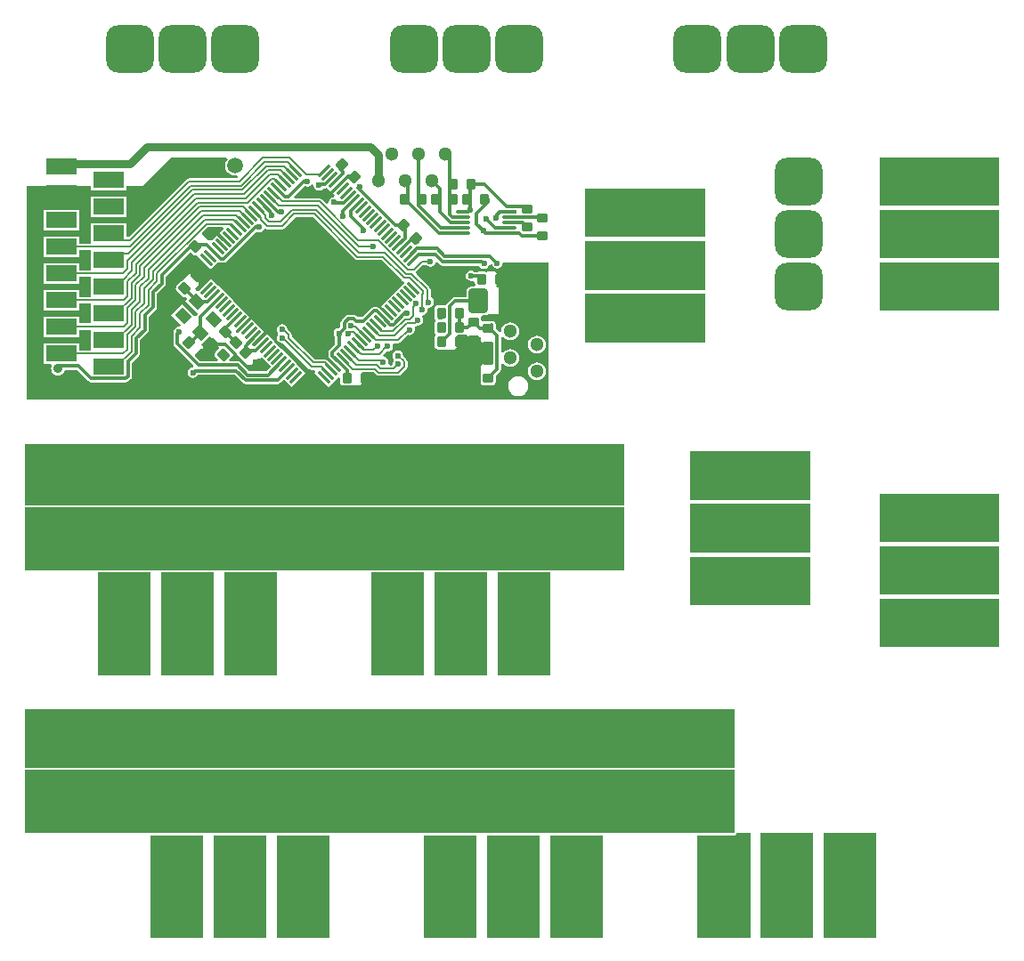
<source format=gbl>
G04*
G04 #@! TF.GenerationSoftware,Altium Limited,Altium Designer,18.1.7 (191)*
G04*
G04 Layer_Physical_Order=2*
G04 Layer_Color=16711680*
%FSLAX43Y43*%
%MOMM*%
G71*
G01*
G75*
G04:AMPARAMS|DCode=14|XSize=1mm|YSize=0.9mm|CornerRadius=0.113mm|HoleSize=0mm|Usage=FLASHONLY|Rotation=0.000|XOffset=0mm|YOffset=0mm|HoleType=Round|Shape=RoundedRectangle|*
%AMROUNDEDRECTD14*
21,1,1.000,0.675,0,0,0.0*
21,1,0.775,0.900,0,0,0.0*
1,1,0.225,0.388,-0.338*
1,1,0.225,-0.388,-0.338*
1,1,0.225,-0.388,0.338*
1,1,0.225,0.388,0.338*
%
%ADD14ROUNDEDRECTD14*%
G04:AMPARAMS|DCode=15|XSize=1mm|YSize=0.9mm|CornerRadius=0.113mm|HoleSize=0mm|Usage=FLASHONLY|Rotation=135.000|XOffset=0mm|YOffset=0mm|HoleType=Round|Shape=RoundedRectangle|*
%AMROUNDEDRECTD15*
21,1,1.000,0.675,0,0,135.0*
21,1,0.775,0.900,0,0,135.0*
1,1,0.225,-0.035,0.513*
1,1,0.225,0.513,-0.035*
1,1,0.225,0.035,-0.513*
1,1,0.225,-0.513,0.035*
%
%ADD15ROUNDEDRECTD15*%
G04:AMPARAMS|DCode=16|XSize=1mm|YSize=0.9mm|CornerRadius=0.113mm|HoleSize=0mm|Usage=FLASHONLY|Rotation=90.000|XOffset=0mm|YOffset=0mm|HoleType=Round|Shape=RoundedRectangle|*
%AMROUNDEDRECTD16*
21,1,1.000,0.675,0,0,90.0*
21,1,0.775,0.900,0,0,90.0*
1,1,0.225,0.338,0.388*
1,1,0.225,0.338,-0.388*
1,1,0.225,-0.338,-0.388*
1,1,0.225,-0.338,0.388*
%
%ADD16ROUNDEDRECTD16*%
G04:AMPARAMS|DCode=23|XSize=2.3mm|YSize=1.8mm|CornerRadius=0.225mm|HoleSize=0mm|Usage=FLASHONLY|Rotation=90.000|XOffset=0mm|YOffset=0mm|HoleType=Round|Shape=RoundedRectangle|*
%AMROUNDEDRECTD23*
21,1,2.300,1.350,0,0,90.0*
21,1,1.850,1.800,0,0,90.0*
1,1,0.450,0.675,0.925*
1,1,0.450,0.675,-0.925*
1,1,0.450,-0.675,-0.925*
1,1,0.450,-0.675,0.925*
%
%ADD23ROUNDEDRECTD23*%
%ADD30C,0.300*%
%ADD32C,0.800*%
%ADD33C,0.200*%
G04:AMPARAMS|DCode=35|XSize=4.5mm|YSize=4.5mm|CornerRadius=1.125mm|HoleSize=0mm|Usage=FLASHONLY|Rotation=0.000|XOffset=0mm|YOffset=0mm|HoleType=Round|Shape=RoundedRectangle|*
%AMROUNDEDRECTD35*
21,1,4.500,2.250,0,0,0.0*
21,1,2.250,4.500,0,0,0.0*
1,1,2.250,1.125,-1.125*
1,1,2.250,-1.125,-1.125*
1,1,2.250,-1.125,1.125*
1,1,2.250,1.125,1.125*
%
%ADD35ROUNDEDRECTD35*%
G04:AMPARAMS|DCode=36|XSize=4.5mm|YSize=4.5mm|CornerRadius=1.125mm|HoleSize=0mm|Usage=FLASHONLY|Rotation=90.000|XOffset=0mm|YOffset=0mm|HoleType=Round|Shape=RoundedRectangle|*
%AMROUNDEDRECTD36*
21,1,4.500,2.250,0,0,90.0*
21,1,2.250,4.500,0,0,90.0*
1,1,2.250,1.125,1.125*
1,1,2.250,1.125,-1.125*
1,1,2.250,-1.125,-1.125*
1,1,2.250,-1.125,1.125*
%
%ADD36ROUNDEDRECTD36*%
%ADD37C,0.900*%
%ADD38C,1.600*%
%ADD39C,1.300*%
%ADD40C,1.500*%
%ADD41C,0.600*%
%ADD42R,4.600X4.000*%
G04:AMPARAMS|DCode=43|XSize=0.3mm|YSize=1.5mm|CornerRadius=0mm|HoleSize=0mm|Usage=FLASHONLY|Rotation=45.000|XOffset=0mm|YOffset=0mm|HoleType=Round|Shape=Rectangle|*
%AMROTATEDRECTD43*
4,1,4,0.424,-0.636,-0.636,0.424,-0.424,0.636,0.636,-0.424,0.424,-0.636,0.0*
%
%ADD43ROTATEDRECTD43*%

G04:AMPARAMS|DCode=44|XSize=0.3mm|YSize=1.5mm|CornerRadius=0mm|HoleSize=0mm|Usage=FLASHONLY|Rotation=315.000|XOffset=0mm|YOffset=0mm|HoleType=Round|Shape=Rectangle|*
%AMROTATEDRECTD44*
4,1,4,-0.636,-0.424,0.424,0.636,0.636,0.424,-0.424,-0.636,-0.636,-0.424,0.0*
%
%ADD44ROTATEDRECTD44*%

G04:AMPARAMS|DCode=45|XSize=1mm|YSize=0.9mm|CornerRadius=0.113mm|HoleSize=0mm|Usage=FLASHONLY|Rotation=225.000|XOffset=0mm|YOffset=0mm|HoleType=Round|Shape=RoundedRectangle|*
%AMROUNDEDRECTD45*
21,1,1.000,0.675,0,0,225.0*
21,1,0.775,0.900,0,0,225.0*
1,1,0.225,-0.513,-0.035*
1,1,0.225,0.035,0.513*
1,1,0.225,0.513,0.035*
1,1,0.225,-0.035,-0.513*
%
%ADD45ROUNDEDRECTD45*%
%ADD46R,1.450X0.300*%
%ADD47O,1.450X0.300*%
G04:AMPARAMS|DCode=48|XSize=1.3mm|YSize=1.05mm|CornerRadius=0mm|HoleSize=0mm|Usage=FLASHONLY|Rotation=315.000|XOffset=0mm|YOffset=0mm|HoleType=Round|Shape=Rectangle|*
%AMROTATEDRECTD48*
4,1,4,-0.831,0.088,-0.088,0.831,0.831,-0.088,0.088,-0.831,-0.831,0.088,0.0*
%
%ADD48ROTATEDRECTD48*%

%ADD49R,3.000X1.500*%
G36*
X25303Y80100D02*
X25210Y79979D01*
X25114Y79748D01*
X25082Y79500D01*
X25114Y79252D01*
X25210Y79021D01*
X25362Y78822D01*
X25561Y78670D01*
X25792Y78574D01*
X26040Y78542D01*
X26156Y78557D01*
X26251Y78388D01*
X26177Y78296D01*
X21642D01*
X21525Y78273D01*
X21426Y78206D01*
X21426Y78206D01*
X15925Y72706D01*
X15675D01*
Y73995D01*
X12275D01*
Y72095D01*
X12081Y72081D01*
X11175D01*
Y72725D01*
X7775D01*
Y70825D01*
X11175D01*
Y71469D01*
X12081D01*
X12275Y71455D01*
Y69555D01*
X12081Y69541D01*
X11175D01*
Y70185D01*
X7775D01*
Y68285D01*
X11175D01*
Y68929D01*
X12081D01*
X12275Y68915D01*
Y67015D01*
X12081Y67001D01*
X11175D01*
Y67645D01*
X7775D01*
Y65745D01*
X11175D01*
Y66389D01*
X12081D01*
X12275Y66375D01*
Y64497D01*
X11175D01*
Y65105D01*
X7775D01*
Y63205D01*
X11175D01*
Y63885D01*
X12096D01*
X12275Y63835D01*
Y61935D01*
X12081Y61921D01*
X11175D01*
Y62565D01*
X7775D01*
Y60665D01*
X8460D01*
X8502Y60626D01*
X8581Y60465D01*
X8542Y60370D01*
X8519Y60200D01*
X8542Y60030D01*
X8607Y59872D01*
X8711Y59736D01*
X8847Y59632D01*
X9005Y59567D01*
X9175Y59544D01*
X9345Y59567D01*
X9503Y59632D01*
X9639Y59736D01*
X9743Y59872D01*
X9808Y60030D01*
X9813Y60068D01*
X11002D01*
X12078Y58993D01*
X12193Y58915D01*
X12330Y58888D01*
X15620D01*
X15757Y58915D01*
X15872Y58993D01*
X16077Y59198D01*
X16155Y59313D01*
X16182Y59450D01*
Y60711D01*
X16877Y61406D01*
X16955Y61522D01*
X16982Y61659D01*
Y62919D01*
X17702Y63640D01*
X17780Y63756D01*
X17807Y63892D01*
Y65137D01*
X18477Y65808D01*
X18555Y65924D01*
X18582Y66060D01*
Y67312D01*
X19302Y68033D01*
X19380Y68149D01*
X19407Y68285D01*
Y68957D01*
X21780Y71330D01*
X22049Y71061D01*
X22152Y70992D01*
X22274Y70968D01*
X22274Y70968D01*
X22388Y70979D01*
X23732Y69635D01*
X24441Y70345D01*
X24511Y70299D01*
X24647Y70272D01*
X24937D01*
X25074Y70299D01*
X25189Y70377D01*
X28043Y73230D01*
X28081Y73205D01*
X28276Y73166D01*
X28471Y73205D01*
X28637Y73315D01*
X28705Y73418D01*
X28793Y73481D01*
X28951Y73481D01*
X28969Y73469D01*
X29086Y73446D01*
X29086Y73446D01*
X30466D01*
X30466Y73446D01*
X30583Y73469D01*
X30682Y73536D01*
X31741Y74594D01*
X33433D01*
X37425Y70602D01*
X37524Y70536D01*
X37641Y70513D01*
X39958D01*
X41869Y68602D01*
X41968Y68536D01*
X42000Y68529D01*
X42076Y68322D01*
X41338Y67585D01*
X40631Y66878D01*
X39924Y66171D01*
X41121Y64973D01*
X40914Y64766D01*
X40389Y65292D01*
X39753Y65927D01*
X39724Y65947D01*
X39712Y65959D01*
X39710Y65956D01*
X39637Y66005D01*
X39501Y66032D01*
X39200D01*
X39063Y66005D01*
X38948Y65927D01*
X38102Y65082D01*
X37692D01*
X37572Y65202D01*
X37456Y65280D01*
X37319Y65307D01*
X36781D01*
X36644Y65280D01*
X36528Y65202D01*
X36148Y64822D01*
X36070Y64706D01*
X36043Y64569D01*
Y64198D01*
X35904Y64059D01*
X35900Y64060D01*
X35705Y64021D01*
X35540Y63910D01*
X35429Y63745D01*
X35390Y63550D01*
X35429Y63355D01*
X35540Y63190D01*
X35543Y63187D01*
Y62518D01*
X35009Y61983D01*
X34931Y61867D01*
X34904Y61731D01*
Y61430D01*
X34931Y61293D01*
X34977Y61224D01*
X34974Y61221D01*
X34989Y61206D01*
X35009Y61177D01*
X35641Y60544D01*
X36054Y60131D01*
X36064Y60067D01*
X36014Y60010D01*
X35766Y60005D01*
X35349Y60422D01*
X35332Y60447D01*
X35332Y60447D01*
X34906Y60873D01*
X34794Y60985D01*
X34762Y61009D01*
X34761Y61007D01*
X34695Y61051D01*
X34578Y61075D01*
X34578Y61075D01*
X33588D01*
X31406Y63257D01*
Y63413D01*
X31406Y63413D01*
X31383Y63530D01*
X31316Y63629D01*
X31316Y63629D01*
X31001Y63945D01*
X30971Y64095D01*
X30860Y64260D01*
X30695Y64371D01*
X30500Y64410D01*
X30305Y64371D01*
X30139Y64260D01*
X30029Y64095D01*
X29990Y63900D01*
X30029Y63705D01*
X30065Y63651D01*
X30124Y63500D01*
X30065Y63349D01*
X30029Y63295D01*
X29990Y63100D01*
X30029Y62905D01*
X30139Y62740D01*
X30305Y62629D01*
X30500Y62590D01*
X30618Y62614D01*
X33079Y60153D01*
X33079Y60153D01*
X33179Y60086D01*
X33296Y60063D01*
X33555D01*
X33632Y59878D01*
X33560Y59807D01*
X34904Y58463D01*
X35809Y59369D01*
X35994Y59292D01*
Y58912D01*
X36018Y58791D01*
X36087Y58687D01*
X36191Y58618D01*
X36312Y58594D01*
X36987D01*
X37086Y58614D01*
X37100Y58600D01*
X37900D01*
X38100Y58800D01*
Y59800D01*
X38119Y59847D01*
X39203D01*
X39470Y59580D01*
X39470Y59580D01*
X39569Y59514D01*
X39686Y59491D01*
X41545D01*
X41545Y59491D01*
X41662Y59514D01*
X41761Y59580D01*
X42316Y60135D01*
X42316Y60135D01*
X42383Y60234D01*
X42406Y60351D01*
X42406Y60351D01*
Y60849D01*
X42406Y60849D01*
X42383Y60966D01*
X42316Y61065D01*
X42316Y61065D01*
X42001Y61380D01*
X42010Y61422D01*
X41971Y61617D01*
X41860Y61782D01*
X41695Y61893D01*
X41500Y61932D01*
X41305Y61893D01*
X41139Y61782D01*
X41029Y61617D01*
X40990Y61422D01*
X41029Y61227D01*
X41075Y61158D01*
X41123Y61011D01*
X41075Y60864D01*
X41029Y60795D01*
X40990Y60600D01*
X40806Y60503D01*
X40727D01*
X40591Y60703D01*
X40610Y60797D01*
X40571Y60992D01*
X40460Y61157D01*
X40295Y61268D01*
X40159Y61295D01*
X40084Y61458D01*
X40080Y61499D01*
X40393Y61812D01*
X40500Y61790D01*
X40695Y61829D01*
X40860Y61940D01*
X40971Y62105D01*
X41010Y62300D01*
X40987Y62412D01*
X41115Y62612D01*
X41538D01*
X41538Y62612D01*
X41655Y62635D01*
X41754Y62702D01*
X42448Y63396D01*
X42602Y63366D01*
X42797Y63404D01*
X42962Y63515D01*
X43073Y63680D01*
X43112Y63875D01*
X43090Y63983D01*
X43089Y64087D01*
X43150Y64150D01*
X43217Y64214D01*
X43305Y64272D01*
X43336Y64303D01*
X43400Y64290D01*
X43595Y64329D01*
X43760Y64440D01*
X43871Y64605D01*
X43910Y64800D01*
X43871Y64995D01*
X43808Y65089D01*
X43809Y65097D01*
X43893Y65294D01*
X43893Y65294D01*
X44010Y65317D01*
X44175Y65428D01*
X44286Y65593D01*
X44325Y65788D01*
X44321Y65808D01*
X44415Y65993D01*
X44610Y66032D01*
X44775Y66143D01*
X44886Y66308D01*
X44925Y66503D01*
X44886Y66698D01*
X44775Y66864D01*
X44610Y66974D01*
X44607Y66975D01*
Y67733D01*
X44607Y67733D01*
X44584Y67850D01*
X44517Y67950D01*
X43277Y69190D01*
X43235Y69402D01*
X43903Y70071D01*
X44203D01*
X44240Y70016D01*
X44405Y69906D01*
X44600Y69867D01*
X44795Y69906D01*
X44811Y69916D01*
X44817Y69917D01*
X44916Y69984D01*
X44920Y69989D01*
X44960Y70016D01*
X45071Y70182D01*
X45087Y70260D01*
X45286Y70284D01*
X45485Y70085D01*
X45601Y70008D01*
X45737Y69981D01*
X49245D01*
X49340Y69840D01*
X49505Y69729D01*
X49700Y69690D01*
X49895Y69729D01*
X50060Y69840D01*
X50171Y70005D01*
X50395Y70107D01*
X50446Y70087D01*
X50458Y70025D01*
X50569Y69859D01*
X50734Y69749D01*
X50929Y69710D01*
X51124Y69749D01*
X51290Y69859D01*
X51400Y70025D01*
X51439Y70220D01*
X51505Y70300D01*
X55796D01*
Y57204D01*
X6204D01*
Y77600D01*
X12275D01*
Y77175D01*
X15675D01*
Y77600D01*
X17200D01*
X19900Y80300D01*
X25205D01*
X25303Y80100D01*
D02*
G37*
G36*
X36590Y78110D02*
X35328Y76848D01*
X35470Y76706D01*
X35454Y76621D01*
X35392Y76502D01*
X35238Y76471D01*
X35073Y76360D01*
X34962Y76195D01*
X34923Y76000D01*
X34936Y75936D01*
X34752Y75837D01*
X34273Y76316D01*
X34174Y76383D01*
X34057Y76406D01*
X34057Y76406D01*
X31709D01*
X31633Y76591D01*
X32625Y77583D01*
X32705Y77529D01*
X32900Y77490D01*
X33095Y77529D01*
X33260Y77640D01*
X33301Y77700D01*
X33484Y77628D01*
X33491Y77624D01*
X33529Y77431D01*
X33640Y77265D01*
X33805Y77155D01*
X34000Y77116D01*
X34195Y77155D01*
X34360Y77265D01*
X34412Y77343D01*
X34554D01*
X34690Y77370D01*
X34759Y77417D01*
X35116Y77060D01*
X35763Y77707D01*
X35793Y77727D01*
X36383Y78317D01*
X36590Y78110D01*
D02*
G37*
G36*
X98694Y75708D02*
X87306D01*
Y80300D01*
X98694D01*
Y75708D01*
D02*
G37*
G36*
X70694Y72700D02*
X59306D01*
Y77300D01*
X70694D01*
Y72700D01*
D02*
G37*
G36*
X24884Y73475D02*
X24509Y73100D01*
X25707Y71903D01*
X25494Y71691D01*
X24297Y72888D01*
X23818Y72409D01*
X23745Y72417D01*
X23618Y72470D01*
Y72471D01*
X22915Y73174D01*
X23401Y73660D01*
X24808D01*
X24884Y73475D01*
D02*
G37*
G36*
X98694Y70708D02*
X87306D01*
Y75300D01*
X98694D01*
Y70708D01*
D02*
G37*
G36*
X70694Y67700D02*
X59306D01*
Y72292D01*
X70694D01*
Y67700D01*
D02*
G37*
G36*
X98694Y65700D02*
X87306D01*
Y70300D01*
X98694D01*
Y65700D01*
D02*
G37*
G36*
X70694Y62700D02*
X59306D01*
Y67292D01*
X70694D01*
Y62700D01*
D02*
G37*
G36*
X80694Y47708D02*
X69306D01*
Y52300D01*
X80694D01*
Y47708D01*
D02*
G37*
G36*
X63000Y47204D02*
X41566D01*
X41552Y47201D01*
X41539Y47202D01*
X41500Y47197D01*
X41461Y47202D01*
X41448Y47201D01*
X41435Y47204D01*
X40066D01*
X40052Y47201D01*
X40039Y47202D01*
X40000Y47197D01*
X39961Y47202D01*
X39948Y47201D01*
X39935Y47204D01*
X38566D01*
X38552Y47201D01*
X38539Y47202D01*
X38500Y47197D01*
X38461Y47202D01*
X38448Y47201D01*
X38435Y47204D01*
X31566D01*
X31552Y47201D01*
X31539Y47202D01*
X31500Y47197D01*
X31461Y47202D01*
X31448Y47201D01*
X31434Y47204D01*
X27566D01*
X27552Y47201D01*
X27539Y47202D01*
X27500Y47197D01*
X27461Y47202D01*
X27448Y47201D01*
X27434Y47204D01*
X23566D01*
X23552Y47201D01*
X23539Y47202D01*
X23500Y47197D01*
X23461Y47202D01*
X23448Y47201D01*
X23434Y47204D01*
X19566D01*
X19552Y47201D01*
X19539Y47202D01*
X19500Y47197D01*
X19461Y47202D01*
X19448Y47201D01*
X19434Y47204D01*
X15566D01*
X15552Y47201D01*
X15539Y47202D01*
X15500Y47197D01*
X15461Y47202D01*
X15448Y47201D01*
X15434Y47204D01*
X14066D01*
X14052Y47201D01*
X14039Y47202D01*
X14000Y47197D01*
X13961Y47202D01*
X13948Y47201D01*
X13934Y47204D01*
X12566D01*
X12552Y47201D01*
X12539Y47202D01*
X12500Y47197D01*
X12461Y47202D01*
X12448Y47201D01*
X12434Y47204D01*
X6000D01*
Y53000D01*
X63000D01*
Y47204D01*
D02*
G37*
G36*
Y41000D02*
X55066D01*
X55000Y41009D01*
X54934Y41000D01*
X53566D01*
X53500Y41009D01*
X53434Y41000D01*
X52066D01*
X52000Y41009D01*
X51934Y41000D01*
X49066D01*
X49000Y41009D01*
X48934Y41000D01*
X47566D01*
X47500Y41009D01*
X47434Y41000D01*
X46066D01*
X46000Y41009D01*
X45934Y41000D01*
X43066D01*
X43000Y41009D01*
X42934Y41000D01*
X41566D01*
X41500Y41009D01*
X41434Y41000D01*
X40066D01*
X40000Y41009D01*
X39934Y41000D01*
X29066D01*
X29000Y41009D01*
X28934Y41000D01*
X27566D01*
X27500Y41009D01*
X27434Y41000D01*
X26066D01*
X26000Y41009D01*
X25934Y41000D01*
X23066D01*
X23000Y41009D01*
X22934Y41000D01*
X21566D01*
X21500Y41009D01*
X21434Y41000D01*
X20066D01*
X20000Y41009D01*
X19934Y41000D01*
X17066D01*
X17000Y41009D01*
X16934Y41000D01*
X15566D01*
X15500Y41009D01*
X15434Y41000D01*
X14066D01*
X14000Y41009D01*
X13934Y41000D01*
X6000D01*
Y47000D01*
X12434D01*
X12500Y46991D01*
X12566Y47000D01*
X13934D01*
X14000Y46991D01*
X14066Y47000D01*
X15434D01*
X15500Y46991D01*
X15566Y47000D01*
X19434D01*
X19500Y46991D01*
X19566Y47000D01*
X23434D01*
X23500Y46991D01*
X23566Y47000D01*
X27434D01*
X27500Y46991D01*
X27566Y47000D01*
X31434D01*
X31500Y46991D01*
X31566Y47000D01*
X38435D01*
X38500Y46991D01*
X38566Y47000D01*
X39935D01*
X40000Y46991D01*
X40066Y47000D01*
X41435D01*
X41500Y46991D01*
X41566Y47000D01*
X63000D01*
Y41000D01*
D02*
G37*
G36*
X98694Y43708D02*
X87306D01*
Y48300D01*
X98694D01*
Y43708D01*
D02*
G37*
G36*
X80694Y42708D02*
X69306D01*
Y47300D01*
X80694D01*
Y42708D01*
D02*
G37*
G36*
X55039Y40798D02*
X55052Y40799D01*
X55066Y40796D01*
X56000D01*
Y31000D01*
X51000D01*
Y40796D01*
X51934D01*
X51948Y40799D01*
X51961Y40798D01*
X52000Y40803D01*
X52039Y40798D01*
X52052Y40799D01*
X52066Y40796D01*
X53434D01*
X53448Y40799D01*
X53461Y40798D01*
X53500Y40803D01*
X53539Y40798D01*
X53552Y40799D01*
X53566Y40796D01*
X54934D01*
X54948Y40799D01*
X54961Y40798D01*
X55000Y40803D01*
X55039Y40798D01*
D02*
G37*
G36*
X49039D02*
X49052Y40799D01*
X49066Y40796D01*
X50000D01*
Y31000D01*
X45000D01*
Y40796D01*
X45934D01*
X45948Y40799D01*
X45961Y40798D01*
X46000Y40803D01*
X46039Y40798D01*
X46052Y40799D01*
X46066Y40796D01*
X47434D01*
X47448Y40799D01*
X47461Y40798D01*
X47500Y40803D01*
X47539Y40798D01*
X47552Y40799D01*
X47566Y40796D01*
X48934D01*
X48948Y40799D01*
X48961Y40798D01*
X49000Y40803D01*
X49039Y40798D01*
D02*
G37*
G36*
X43039D02*
X43052Y40799D01*
X43066Y40796D01*
X44000D01*
Y31000D01*
X39000D01*
Y40796D01*
X39934D01*
X39948Y40799D01*
X39961Y40798D01*
X40000Y40803D01*
X40039Y40798D01*
X40052Y40799D01*
X40066Y40796D01*
X41434D01*
X41448Y40799D01*
X41461Y40798D01*
X41500Y40803D01*
X41539Y40798D01*
X41552Y40799D01*
X41566Y40796D01*
X42934D01*
X42948Y40799D01*
X42961Y40798D01*
X43000Y40803D01*
X43039Y40798D01*
D02*
G37*
G36*
X29039D02*
X29052Y40799D01*
X29066Y40796D01*
X30000D01*
Y31000D01*
X25000D01*
Y40796D01*
X25934D01*
X25948Y40799D01*
X25961Y40798D01*
X26000Y40803D01*
X26039Y40798D01*
X26052Y40799D01*
X26066Y40796D01*
X27434D01*
X27448Y40799D01*
X27461Y40798D01*
X27500Y40803D01*
X27539Y40798D01*
X27552Y40799D01*
X27566Y40796D01*
X28934D01*
X28948Y40799D01*
X28961Y40798D01*
X29000Y40803D01*
X29039Y40798D01*
D02*
G37*
G36*
X23039D02*
X23052Y40799D01*
X23066Y40796D01*
X24000D01*
Y31000D01*
X19000D01*
Y40796D01*
X19934D01*
X19948Y40799D01*
X19961Y40798D01*
X20000Y40803D01*
X20039Y40798D01*
X20052Y40799D01*
X20066Y40796D01*
X21434D01*
X21448Y40799D01*
X21461Y40798D01*
X21500Y40803D01*
X21539Y40798D01*
X21552Y40799D01*
X21566Y40796D01*
X22934D01*
X22948Y40799D01*
X22961Y40798D01*
X23000Y40803D01*
X23039Y40798D01*
D02*
G37*
G36*
X17039D02*
X17052Y40799D01*
X17066Y40796D01*
X18000D01*
Y31000D01*
X13000D01*
Y40796D01*
X13934D01*
X13948Y40799D01*
X13961Y40798D01*
X14000Y40803D01*
X14039Y40798D01*
X14052Y40799D01*
X14066Y40796D01*
X15434D01*
X15448Y40799D01*
X15461Y40798D01*
X15500Y40803D01*
X15539Y40798D01*
X15552Y40799D01*
X15566Y40796D01*
X16934D01*
X16948Y40799D01*
X16961Y40798D01*
X17000Y40803D01*
X17039Y40798D01*
D02*
G37*
G36*
X98694Y38708D02*
X87306D01*
Y43300D01*
X98694D01*
Y38708D01*
D02*
G37*
G36*
X80694Y37700D02*
X69306D01*
Y42300D01*
X80694D01*
Y37700D01*
D02*
G37*
G36*
X98694Y33700D02*
X87306D01*
Y38300D01*
X98694D01*
Y33700D01*
D02*
G37*
G36*
X73500Y27800D02*
Y22204D01*
X72565D01*
X72552Y22201D01*
X72539Y22202D01*
X72500Y22197D01*
X72461Y22202D01*
X72448Y22201D01*
X72435Y22204D01*
X71065D01*
X71052Y22201D01*
X71039Y22202D01*
X71000Y22197D01*
X70961Y22202D01*
X70948Y22201D01*
X70935Y22204D01*
X69565D01*
X69552Y22201D01*
X69539Y22202D01*
X69500Y22197D01*
X69461Y22202D01*
X69448Y22201D01*
X69435Y22204D01*
X60566D01*
X60552Y22201D01*
X60539Y22202D01*
X60500Y22197D01*
X60461Y22202D01*
X60448Y22201D01*
X60435Y22204D01*
X56566D01*
X56552Y22201D01*
X56539Y22202D01*
X56500Y22197D01*
X56461Y22202D01*
X56448Y22201D01*
X56435Y22204D01*
X52566D01*
X52552Y22201D01*
X52539Y22202D01*
X52500Y22197D01*
X52461Y22202D01*
X52448Y22201D01*
X52435Y22204D01*
X48566D01*
X48552Y22201D01*
X48539Y22202D01*
X48500Y22197D01*
X48461Y22202D01*
X48448Y22201D01*
X48435Y22204D01*
X46566D01*
X46552Y22201D01*
X46539Y22202D01*
X46500Y22197D01*
X46461Y22202D01*
X46448Y22201D01*
X46435Y22204D01*
X45066D01*
X45052Y22201D01*
X45039Y22202D01*
X45000Y22197D01*
X44961Y22202D01*
X44948Y22201D01*
X44935Y22204D01*
X43566D01*
X43552Y22201D01*
X43539Y22202D01*
X43500Y22197D01*
X43461Y22202D01*
X43448Y22201D01*
X43435Y22204D01*
X34566Y22204D01*
X34552Y22201D01*
X34539Y22202D01*
X34500Y22197D01*
X34461Y22202D01*
X34448Y22201D01*
X34434Y22204D01*
X30566D01*
X30552Y22201D01*
X30539Y22202D01*
X30500Y22197D01*
X30461Y22202D01*
X30448Y22201D01*
X30434Y22204D01*
X26566D01*
X26552Y22201D01*
X26539Y22202D01*
X26500Y22197D01*
X26461Y22202D01*
X26448Y22201D01*
X26434Y22204D01*
X22566D01*
X22552Y22201D01*
X22539Y22202D01*
X22500Y22197D01*
X22461Y22202D01*
X22448Y22201D01*
X22434Y22204D01*
X20566D01*
X20552Y22201D01*
X20539Y22202D01*
X20500Y22197D01*
X20461Y22202D01*
X20448Y22201D01*
X20434Y22204D01*
X19066D01*
X19052Y22201D01*
X19039Y22202D01*
X19000Y22197D01*
X18961Y22202D01*
X18948Y22201D01*
X18934Y22204D01*
X17566D01*
X17552Y22201D01*
X17539Y22202D01*
X17500Y22197D01*
X17461Y22202D01*
X17448Y22201D01*
X17434Y22204D01*
X6000D01*
X6000Y22204D01*
Y27800D01*
X73500Y27800D01*
D02*
G37*
G36*
X17434Y22000D02*
X17500Y21991D01*
X17566Y22000D01*
X18934D01*
X19000Y21991D01*
X19066Y22000D01*
X20434D01*
X20500Y21991D01*
X20566Y22000D01*
X22434D01*
X22500Y21991D01*
X22566Y22000D01*
X26434D01*
X26500Y21991D01*
X26566Y22000D01*
X30434D01*
X30500Y21991D01*
X30566Y22000D01*
X34434D01*
X34500Y21991D01*
X34566Y22000D01*
X43435Y22000D01*
X43500Y21991D01*
X43566Y22000D01*
X44935D01*
X45000Y21991D01*
X45066Y22000D01*
X46435D01*
X46500Y21991D01*
X46566Y22000D01*
X48435D01*
X48500Y21991D01*
X48566Y22000D01*
X52435D01*
X52500Y21991D01*
X52566Y22000D01*
X56435D01*
X56500Y21991D01*
X56566Y22000D01*
X60435D01*
X60500Y21991D01*
X60566Y22000D01*
X69435D01*
X69500Y21991D01*
X69565Y22000D01*
X70935D01*
X71000Y21991D01*
X71065Y22000D01*
X72435D01*
X72500Y21991D01*
X72565Y22000D01*
X73500D01*
X73500Y16000D01*
X72566D01*
X72500Y16009D01*
X72434Y16000D01*
X71066D01*
X71000Y16009D01*
X70934Y16000D01*
X60066D01*
X60000Y16009D01*
X59934Y16000D01*
X58566D01*
X58500Y16009D01*
X58434Y16000D01*
X57066D01*
X57000Y16009D01*
X56934Y16000D01*
X54066D01*
X54000Y16009D01*
X53934Y16000D01*
X52566D01*
X52500Y16009D01*
X52434Y16000D01*
X51066D01*
X51000Y16009D01*
X50934Y16000D01*
X48066D01*
X48000Y16009D01*
X47934Y16000D01*
X46566D01*
X46500Y16009D01*
X46434Y16000D01*
X45066D01*
X45000Y16009D01*
X44934Y16000D01*
X34066Y16000D01*
X34000Y16009D01*
X33934Y16000D01*
X32566D01*
X32500Y16009D01*
X32434Y16000D01*
X31066D01*
X31000Y16009D01*
X30934Y16000D01*
X28066D01*
X28000Y16009D01*
X27934Y16000D01*
X26566D01*
X26500Y16009D01*
X26434Y16000D01*
X25066D01*
X25000Y16009D01*
X24934Y16000D01*
X22066D01*
X22000Y16009D01*
X21934Y16000D01*
X20566D01*
X20500Y16009D01*
X20434Y16000D01*
X19066D01*
X19000Y16009D01*
X18934Y16000D01*
X6000D01*
X6000Y22000D01*
X17434D01*
D02*
G37*
G36*
X34039Y15798D02*
X34052Y15799D01*
X34066Y15796D01*
X35000D01*
Y6000D01*
X30000D01*
Y15796D01*
X30934D01*
X30948Y15799D01*
X30961Y15798D01*
X31000Y15803D01*
X31039Y15798D01*
X31052Y15799D01*
X31066Y15796D01*
X32434D01*
X32448Y15799D01*
X32461Y15798D01*
X32500Y15803D01*
X32539Y15798D01*
X32552Y15799D01*
X32566Y15796D01*
X33934D01*
X33948Y15799D01*
X33961Y15798D01*
X34000Y15803D01*
X34039Y15798D01*
D02*
G37*
G36*
X28039D02*
X28052Y15799D01*
X28066Y15796D01*
X29000D01*
Y6000D01*
X24000D01*
Y15796D01*
X24934D01*
X24948Y15799D01*
X24961Y15798D01*
X25000Y15803D01*
X25039Y15798D01*
X25052Y15799D01*
X25066Y15796D01*
X26434D01*
X26448Y15799D01*
X26461Y15798D01*
X26500Y15803D01*
X26539Y15798D01*
X26552Y15799D01*
X26566Y15796D01*
X27934D01*
X27948Y15799D01*
X27961Y15798D01*
X28000Y15803D01*
X28039Y15798D01*
D02*
G37*
G36*
X22039D02*
X22052Y15799D01*
X22066Y15796D01*
X23000D01*
Y6000D01*
X18000D01*
Y15796D01*
X18934D01*
X18948Y15799D01*
X18961Y15798D01*
X19000Y15803D01*
X19039Y15798D01*
X19052Y15799D01*
X19066Y15796D01*
X20434D01*
X20448Y15799D01*
X20461Y15798D01*
X20500Y15803D01*
X20539Y15798D01*
X20552Y15799D01*
X20566Y15796D01*
X21934D01*
X21948Y15799D01*
X21961Y15798D01*
X22000Y15803D01*
X22039Y15798D01*
D02*
G37*
G36*
X60039Y15798D02*
X60052Y15799D01*
X60066Y15796D01*
X61000D01*
Y6000D01*
X56000D01*
Y15796D01*
X56934D01*
X56948Y15799D01*
X56961Y15798D01*
X57000Y15803D01*
X57039Y15798D01*
X57052Y15799D01*
X57066Y15796D01*
X58434D01*
X58448Y15799D01*
X58461Y15798D01*
X58500Y15803D01*
X58539Y15798D01*
X58552Y15799D01*
X58566Y15796D01*
X59934D01*
X59948Y15799D01*
X59961Y15798D01*
X60000Y15803D01*
X60039Y15798D01*
D02*
G37*
G36*
X54039D02*
X54052Y15799D01*
X54066Y15796D01*
X55000D01*
Y6000D01*
X50000D01*
Y15796D01*
X50934D01*
X50948Y15799D01*
X50961Y15798D01*
X51000Y15803D01*
X51039Y15798D01*
X51052Y15799D01*
X51066Y15796D01*
X52434D01*
X52448Y15799D01*
X52461Y15798D01*
X52500Y15803D01*
X52539Y15798D01*
X52552Y15799D01*
X52566Y15796D01*
X53934D01*
X53948Y15799D01*
X53961Y15798D01*
X54000Y15803D01*
X54039Y15798D01*
D02*
G37*
G36*
X48039D02*
X48052Y15799D01*
X48066Y15796D01*
X49000D01*
Y6000D01*
X44000D01*
Y15796D01*
X44934D01*
X44948Y15799D01*
X44961Y15798D01*
X45000Y15803D01*
X45039Y15798D01*
X45052Y15799D01*
X45066Y15796D01*
X46434D01*
X46448Y15799D01*
X46461Y15798D01*
X46500Y15803D01*
X46539Y15798D01*
X46552Y15799D01*
X46566Y15796D01*
X47934D01*
X47948Y15799D01*
X47961Y15798D01*
X48000Y15803D01*
X48039Y15798D01*
D02*
G37*
G36*
X75000Y6000D02*
X70000D01*
Y15796D01*
X70934D01*
X70948Y15799D01*
X70961Y15798D01*
X71000Y15803D01*
X71039Y15798D01*
X71052Y15799D01*
X71066Y15796D01*
X72434D01*
X72448Y15799D01*
X72461Y15798D01*
X72500Y15803D01*
X72539Y15798D01*
X72552Y15799D01*
X72566Y15796D01*
X73500D01*
X73578Y15812D01*
X73644Y15856D01*
X73688Y15922D01*
X73704Y16000D01*
Y16000D01*
X75000D01*
Y6000D01*
D02*
G37*
G36*
X87000D02*
X82000D01*
Y16000D01*
X87000D01*
Y6000D01*
D02*
G37*
G36*
X81000D02*
X76000D01*
Y16000D01*
X81000D01*
Y6000D01*
D02*
G37*
%LPC*%
G36*
X15675Y76535D02*
X12275D01*
Y74635D01*
X15675D01*
Y76535D01*
D02*
G37*
G36*
X11175Y75265D02*
X7775D01*
Y73365D01*
X11175D01*
Y75265D01*
D02*
G37*
G36*
X48450Y69535D02*
X48255Y69496D01*
X48090Y69385D01*
X47979Y69220D01*
X47940Y69025D01*
X47979Y68830D01*
X48090Y68665D01*
X48255Y68554D01*
X48450Y68515D01*
X48635Y68552D01*
X48647Y68553D01*
X48835Y68440D01*
Y68312D01*
X48859Y68191D01*
X48864Y68183D01*
X48757Y67983D01*
X48450D01*
X48284Y67950D01*
X48144Y67856D01*
X48050Y67716D01*
X48017Y67550D01*
Y66982D01*
X46925D01*
X46788Y66955D01*
X46673Y66877D01*
X46198Y66402D01*
X46120Y66287D01*
X46103Y66200D01*
X46100D01*
X46086Y66186D01*
X45987Y66206D01*
X45312D01*
X45191Y66182D01*
X45087Y66113D01*
X45018Y66009D01*
X44994Y65887D01*
Y65113D01*
X45018Y64991D01*
X45087Y64887D01*
Y64713D01*
X45018Y64609D01*
X44994Y64488D01*
Y64318D01*
X44990Y64300D01*
X44994Y64282D01*
Y63713D01*
X45018Y63591D01*
X45087Y63487D01*
Y63331D01*
X45018Y63227D01*
X44994Y63105D01*
Y62330D01*
X45018Y62209D01*
X45087Y62105D01*
X45191Y62036D01*
X45312Y62012D01*
X45987D01*
X46086Y62032D01*
X46100Y62018D01*
X46900D01*
X47100Y62218D01*
Y63218D01*
X47207Y63394D01*
X47688D01*
X47800Y63416D01*
X47817Y63417D01*
X48000Y63400D01*
X48200Y63200D01*
X49200D01*
X49215Y63215D01*
X49400Y63139D01*
Y62800D01*
X49600Y62600D01*
X50593D01*
Y60700D01*
X49600D01*
X49400Y60500D01*
Y59700D01*
X49414Y59686D01*
X49394Y59588D01*
Y58912D01*
X49418Y58791D01*
X49487Y58687D01*
X49591Y58618D01*
X49713Y58594D01*
X50487D01*
X50609Y58618D01*
X50713Y58687D01*
X50782Y58791D01*
X50806Y58912D01*
Y59451D01*
X51202Y59848D01*
X51280Y59963D01*
X51307Y60100D01*
Y60639D01*
X51507Y60707D01*
X51594Y60594D01*
X51771Y60458D01*
X51978Y60372D01*
X52200Y60343D01*
X52422Y60372D01*
X52629Y60458D01*
X52806Y60594D01*
X52942Y60771D01*
X53028Y60978D01*
X53057Y61200D01*
X53028Y61422D01*
X52942Y61629D01*
X52806Y61806D01*
X52629Y61942D01*
X52422Y62028D01*
X52200Y62057D01*
X51978Y62028D01*
X51771Y61942D01*
X51594Y61806D01*
X51507Y61693D01*
X51307Y61761D01*
Y63179D01*
X51507Y63247D01*
X51594Y63134D01*
X51771Y62998D01*
X51978Y62912D01*
X52200Y62883D01*
X52422Y62912D01*
X52629Y62998D01*
X52806Y63134D01*
X52942Y63311D01*
X53028Y63518D01*
X53057Y63740D01*
X53028Y63962D01*
X52942Y64169D01*
X52806Y64346D01*
X52629Y64482D01*
X52422Y64568D01*
X52200Y64597D01*
X51978Y64568D01*
X51771Y64482D01*
X51594Y64346D01*
X51458Y64169D01*
X51372Y63962D01*
X51343Y63740D01*
X51345Y63724D01*
X51155Y63633D01*
X50806Y63982D01*
Y64387D01*
X50782Y64509D01*
X50713Y64613D01*
X50609Y64682D01*
X50487Y64706D01*
X49713D01*
X49606Y64685D01*
X49583Y64687D01*
X49406Y64799D01*
Y64988D01*
X49390Y65067D01*
X49468Y65209D01*
X49517Y65267D01*
X49800D01*
X49966Y65300D01*
X50067Y65355D01*
Y65355D01*
X50067Y65355D01*
X51083D01*
Y67895D01*
X50919D01*
X50836Y68095D01*
X50941Y68200D01*
Y69200D01*
X50741Y69400D01*
X49941D01*
X49928Y69386D01*
X49829Y69406D01*
X49154D01*
X49032Y69382D01*
X49032Y69382D01*
X48813D01*
X48810Y69385D01*
X48645Y69496D01*
X48450Y69535D01*
D02*
G37*
G36*
X21871Y69178D02*
X21588D01*
X21022Y68612D01*
Y68593D01*
X20938Y68537D01*
X20461Y68060D01*
X20392Y67956D01*
X20368Y67834D01*
X20392Y67712D01*
X20461Y67609D01*
X21009Y67061D01*
X21112Y66992D01*
X21234Y66968D01*
X21356Y66992D01*
X21478Y66833D01*
X21260Y66615D01*
X22462Y65413D01*
X22440Y65383D01*
X22362Y65268D01*
X22362Y65268D01*
X22360Y65255D01*
X22354Y65227D01*
X22337Y65200D01*
X22139Y65170D01*
X22056Y65253D01*
X20977Y66332D01*
X19952Y65307D01*
X20881Y64378D01*
X20782Y64193D01*
X20700Y64210D01*
X20505Y64171D01*
X20340Y64060D01*
X20229Y63895D01*
X20190Y63700D01*
X20197Y63665D01*
X20194Y63660D01*
X20167Y63524D01*
Y62574D01*
X20194Y62438D01*
X20271Y62322D01*
X22065Y60528D01*
X22067Y60454D01*
X22054Y60385D01*
X22002Y60308D01*
X21816Y60271D01*
X21650Y60160D01*
X21540Y59995D01*
X21501Y59800D01*
X21540Y59605D01*
X21650Y59440D01*
X21816Y59329D01*
X22011Y59290D01*
X22206Y59329D01*
X22371Y59440D01*
X22482Y59605D01*
X22489Y59638D01*
X25960D01*
X26777Y58822D01*
X26892Y58744D01*
X27029Y58717D01*
X30070D01*
X30206Y58744D01*
X30322Y58822D01*
X30666Y59165D01*
X31368Y58463D01*
X32712Y59807D01*
X31863Y60655D01*
X31156Y61362D01*
X30449Y62069D01*
X29742Y62777D01*
X29035Y63484D01*
X28387Y62836D01*
X28358Y62817D01*
X27893Y62351D01*
X27786Y62366D01*
X27715Y62578D01*
X28156Y63019D01*
X28175Y63048D01*
X28823Y63696D01*
X28328Y64191D01*
X27621Y64898D01*
X26296Y63573D01*
X26164Y63568D01*
X26058Y63713D01*
X26089Y63791D01*
X27408Y65110D01*
X26560Y65959D01*
X25853Y66666D01*
X25146Y67373D01*
X24439Y68080D01*
X23732Y68787D01*
X22535Y67590D01*
X22335D01*
X22285Y67640D01*
X22191Y67801D01*
X22578Y68188D01*
Y68471D01*
X21871Y69178D01*
D02*
G37*
G36*
X54740Y63327D02*
X54518Y63298D01*
X54311Y63212D01*
X54134Y63076D01*
X53998Y62899D01*
X53912Y62692D01*
X53883Y62470D01*
X53912Y62248D01*
X53998Y62041D01*
X54134Y61864D01*
X54311Y61728D01*
X54518Y61642D01*
X54740Y61613D01*
X54962Y61642D01*
X55169Y61728D01*
X55346Y61864D01*
X55482Y62041D01*
X55568Y62248D01*
X55597Y62470D01*
X55568Y62692D01*
X55482Y62899D01*
X55346Y63076D01*
X55169Y63212D01*
X54962Y63298D01*
X54740Y63327D01*
D02*
G37*
G36*
Y60787D02*
X54518Y60758D01*
X54311Y60672D01*
X54134Y60536D01*
X53998Y60359D01*
X53912Y60152D01*
X53883Y59930D01*
X53912Y59708D01*
X53998Y59501D01*
X54134Y59324D01*
X54311Y59188D01*
X54518Y59102D01*
X54740Y59073D01*
X54962Y59102D01*
X55169Y59188D01*
X55346Y59324D01*
X55482Y59501D01*
X55568Y59708D01*
X55597Y59930D01*
X55568Y60152D01*
X55482Y60359D01*
X55346Y60536D01*
X55169Y60672D01*
X54962Y60758D01*
X54740Y60787D01*
D02*
G37*
G36*
X52940Y59488D02*
X52692Y59456D01*
X52461Y59360D01*
X52262Y59208D01*
X52110Y59009D01*
X52014Y58778D01*
X51982Y58530D01*
X52014Y58282D01*
X52110Y58051D01*
X52262Y57852D01*
X52461Y57700D01*
X52692Y57604D01*
X52940Y57572D01*
X53188Y57604D01*
X53419Y57700D01*
X53618Y57852D01*
X53770Y58051D01*
X53866Y58282D01*
X53898Y58530D01*
X53866Y58778D01*
X53770Y59009D01*
X53618Y59208D01*
X53419Y59360D01*
X53188Y59456D01*
X52940Y59488D01*
D02*
G37*
%LPD*%
G36*
X23722Y63137D02*
Y63029D01*
X24429Y62322D01*
X24441D01*
X24524Y62122D01*
X24161Y61760D01*
X24092Y61656D01*
X24068Y61534D01*
X24092Y61412D01*
X24161Y61309D01*
X24405Y61065D01*
X24328Y60881D01*
X22722D01*
X22276Y61327D01*
X22978Y62029D01*
Y62312D01*
X22796Y62494D01*
X23522Y63220D01*
X23722Y63137D01*
D02*
G37*
G36*
X26051Y61596D02*
X26222Y61549D01*
X26261Y61491D01*
X26738Y61013D01*
X26822Y60957D01*
Y60938D01*
X27388Y60372D01*
X27671D01*
X28378Y61080D01*
Y61171D01*
X28439Y61216D01*
X28578Y61254D01*
X29454Y60377D01*
X29008Y59931D01*
X27384D01*
X26539Y60776D01*
X26423Y60854D01*
X26286Y60881D01*
X25541D01*
X25464Y61065D01*
X25637Y61238D01*
X25693Y61322D01*
X25712D01*
X25987Y61597D01*
X26051Y61596D01*
D02*
G37*
D14*
X53800Y75400D02*
D03*
Y73700D02*
D03*
X55200Y74550D02*
D03*
Y72850D02*
D03*
X48700Y62950D02*
D03*
Y64650D02*
D03*
X50100Y59250D02*
D03*
Y60950D02*
D03*
Y62350D02*
D03*
Y64050D02*
D03*
D15*
X26101Y62701D02*
D03*
X24899Y61499D02*
D03*
X25101Y63701D02*
D03*
X23899Y62499D02*
D03*
X23441Y73001D02*
D03*
X22239Y71799D02*
D03*
X21199Y67799D02*
D03*
X22401Y69001D02*
D03*
D16*
X48050Y76300D02*
D03*
X49750D02*
D03*
X49491Y68700D02*
D03*
X51191D02*
D03*
X47350Y65500D02*
D03*
X45650D02*
D03*
X47350Y64100D02*
D03*
X45650D02*
D03*
X45050Y76300D02*
D03*
X46750D02*
D03*
X43771D02*
D03*
X42071D02*
D03*
X46750Y77700D02*
D03*
X48450D02*
D03*
X47350Y62718D02*
D03*
X45650D02*
D03*
X36650Y59300D02*
D03*
X38350D02*
D03*
D23*
X49125Y66625D02*
D03*
X52025D02*
D03*
D30*
X41273Y73802D02*
X41999D01*
X42183Y72602D02*
Y73676D01*
X37718Y77357D02*
X41273Y73802D01*
X36049Y79200D02*
Y79701D01*
X11150Y60425D02*
X12330Y59245D01*
X9400Y60425D02*
X11150D01*
X9175Y60200D02*
X9400Y60425D01*
X48450Y69025D02*
X49166D01*
X49491Y68700D01*
X45600Y62800D02*
X45729D01*
X42141Y65488D02*
X42353D01*
X41053Y64400D02*
X42141Y65488D01*
X40776Y64400D02*
X41053D01*
X40136Y65039D02*
X40776Y64400D01*
X39501Y65675D02*
X40136Y65039D01*
X39200Y65675D02*
X39501D01*
X38250Y64725D02*
X39200Y65675D01*
X37544Y64725D02*
X38250D01*
X37319Y64950D02*
X37544Y64725D01*
X36781Y64950D02*
X37319D01*
X36400Y64569D02*
X36781Y64950D01*
X36400Y64050D02*
Y64569D01*
X35900Y63550D02*
X36400Y64050D01*
X35900Y62370D02*
Y63550D01*
X35261Y61731D02*
X35900Y62370D01*
X35261Y61430D02*
Y61731D01*
Y61430D02*
X35894Y60797D01*
X50100Y64050D02*
X50375Y64325D01*
X50233Y64050D02*
X50950Y63333D01*
Y60100D02*
Y63333D01*
X50100Y59250D02*
X50950Y60100D01*
X12330Y59245D02*
X15620D01*
X15825Y59450D01*
Y60859D01*
X16625Y61659D01*
Y63067D01*
X17450Y63892D01*
Y65285D01*
X18225Y66060D01*
Y67460D01*
X19050Y68285D01*
Y69105D01*
X21744Y71799D01*
X22239D01*
X27029Y59074D02*
X30070D01*
X26108Y59995D02*
X27029Y59074D01*
X22206Y59995D02*
X26108D01*
X27236Y59574D02*
X29156D01*
X26286Y60524D02*
X27236Y59574D01*
X22574Y60524D02*
X26286D01*
X43300Y72400D02*
X43401D01*
X43089D02*
X43300D01*
Y72299D02*
X43401Y72400D01*
X42889Y72600D02*
X43089Y72400D01*
X27145Y60372D02*
X28024D01*
X22899Y61499D02*
X23899Y62499D01*
X28024Y60372D02*
X28201Y60549D01*
X26024Y61493D02*
X27145Y60372D01*
X22011Y59800D02*
X22206Y59995D01*
X26024Y61493D02*
Y61575D01*
X20524Y62574D02*
X22574Y60524D01*
X25100Y62499D02*
X26024Y61575D01*
X23899Y62499D02*
X25100D01*
X29156Y59574D02*
X30378Y60797D01*
X30070Y59074D02*
X31085Y60090D01*
X32538Y78000D02*
X32900D01*
X31088Y76550D02*
X32538Y78000D01*
X50050Y76031D02*
Y76300D01*
X49000Y74981D02*
X50050Y76031D01*
X48350Y75350D02*
Y77600D01*
X29500Y74752D02*
Y74969D01*
X28611Y75858D02*
X29500Y74969D01*
X27984Y73676D02*
X28276D01*
X24937Y70629D02*
X27984Y73676D01*
X30076Y75100D02*
X30400D01*
X28964Y76212D02*
X30076Y75100D01*
X30747Y76550D02*
X31088D01*
X30025Y77272D02*
X30747Y76550D01*
X35501Y75932D02*
X36322D01*
X35433Y76000D02*
X35501Y75932D01*
X37000Y74700D02*
X38174Y73526D01*
Y73371D02*
Y73526D01*
X36295Y74710D02*
X36300Y74715D01*
X37000Y75196D02*
X37661Y75858D01*
X37000Y74700D02*
Y75196D01*
X36300Y74715D02*
Y75204D01*
X37308Y76212D01*
X36322Y75932D02*
X36954Y76565D01*
X45048Y71027D02*
X45737Y70338D01*
X43437Y71027D02*
X45048D01*
X42965Y70555D02*
X43437Y71027D01*
X45737Y70338D02*
X49462D01*
X45943Y70882D02*
X50267D01*
X45225Y71600D02*
X45943Y70882D01*
X43303Y71600D02*
X45225D01*
X50267Y70882D02*
X50929Y70220D01*
X49462Y70338D02*
X49700Y70100D01*
X43300Y72289D02*
Y72299D01*
X41999Y73676D02*
Y73802D01*
X41904Y71615D02*
X42889Y72600D01*
X42611Y70908D02*
X43303Y71600D01*
X43201Y72600D02*
X43401Y72400D01*
X46450Y66150D02*
X46925Y66625D01*
X46450Y63521D02*
Y66150D01*
X36300Y78739D02*
Y78949D01*
X35540Y77979D02*
X36300Y78739D01*
X36049Y79200D02*
X36300Y78949D01*
X34074Y77700D02*
X34554D01*
X34000Y77626D02*
X34074Y77700D01*
X24196Y73201D02*
X25075Y72322D01*
X23641Y73201D02*
X24196D01*
X23441Y73001D02*
X23641Y73201D01*
X22239Y71799D02*
X22409Y71969D01*
X23307D01*
X24014Y71262D01*
X24647Y70629D01*
X24937D01*
X34554Y77700D02*
X35187Y78333D01*
X25101Y63701D02*
X26101Y62701D01*
X52100Y69000D02*
X52200Y68900D01*
X36767Y78499D02*
X37251D01*
X35894Y77626D02*
X36767Y78499D01*
X36650Y59300D02*
Y60040D01*
X35894Y60797D02*
X36650Y60040D01*
X26999Y61751D02*
Y62367D01*
X27903Y63272D01*
X26999Y61751D02*
X27179Y61932D01*
X27978D01*
X28257Y62918D02*
X29239Y63900D01*
X22801Y61499D02*
X22899D01*
X21801Y62701D02*
X22692Y63592D01*
X21599Y62701D02*
X21801D01*
X22692Y63592D02*
Y65131D01*
X24368Y66807D01*
X22274Y66626D02*
X22372Y66528D01*
X23382D01*
X24014Y67161D01*
X22274Y66626D02*
Y66724D01*
X21199Y67799D02*
X22274Y66724D01*
X41551Y71969D02*
X42183Y72602D01*
X20524Y62574D02*
Y63524D01*
X20700Y63700D01*
X48350Y77600D02*
X48450Y77700D01*
X53600Y75600D02*
X53800Y75400D01*
X51829Y75600D02*
X53600D01*
X49729Y77700D02*
X51829Y75600D01*
X48450Y77700D02*
X49729D01*
X48350Y75350D02*
X48400Y75300D01*
X49000Y73900D02*
Y74981D01*
Y73900D02*
X49600Y73300D01*
X51200Y75100D02*
X52100D01*
X50800Y74700D02*
X51200Y75100D01*
X50800Y74500D02*
Y74700D01*
X49900Y74400D02*
X50700Y73600D01*
X52600D01*
X43485Y75693D02*
Y80650D01*
X43901Y76520D02*
Y76565D01*
X45525Y75075D02*
Y77340D01*
X42404Y76067D02*
Y77921D01*
X46425Y74875D02*
Y80750D01*
X42404Y76067D02*
X45371Y73100D01*
X47700D01*
X43485Y75693D02*
X45578Y73600D01*
X47700D01*
X45525Y75075D02*
X45925Y74675D01*
Y74668D02*
Y74675D01*
Y74668D02*
X46493Y74100D01*
X47700D01*
X46425Y74875D02*
X46700Y74600D01*
X47700D01*
X49800Y73100D02*
X52100D01*
X49600Y73300D02*
X49800Y73100D01*
X52100D02*
X53021D01*
X53271Y72850D01*
X55200D01*
X53400Y74100D02*
X53800Y73700D01*
X52100Y74100D02*
X53400D01*
X55150Y74600D02*
X55200Y74550D01*
X52100Y74600D02*
X55150D01*
X52100Y75100D02*
X52600D01*
X42215Y78110D02*
X42404Y77921D01*
X44755Y78110D02*
X45525Y77340D01*
X25001Y63801D02*
Y63905D01*
X26136Y65039D01*
X27978Y61932D02*
X28611Y62564D01*
X50100Y60950D02*
Y62350D01*
X49300D02*
X50100D01*
X48700Y62950D02*
X49300Y62350D01*
X48468Y62718D02*
X48700Y62950D01*
X47350Y62718D02*
X48468D01*
X50100Y64050D02*
X50233D01*
X49300D02*
X50100D01*
X48700Y64650D02*
X49300Y64050D01*
X48150Y64100D02*
X48700Y64650D01*
X47350Y64100D02*
X48150D01*
X47350D02*
Y65500D01*
X46925Y66625D02*
X49125D01*
X45729Y62800D02*
X46450Y63521D01*
D32*
X17602Y81300D02*
X38895D01*
X16002Y79700D02*
X17602Y81300D01*
X9780Y79700D02*
X16002D01*
X13100Y78500D02*
X13100Y78500D01*
X39675Y78110D02*
Y80520D01*
X38895Y81300D02*
X39675Y80520D01*
X9475Y79395D02*
X9780Y79700D01*
D33*
X43300Y66350D02*
Y66400D01*
X39500Y64191D02*
Y64332D01*
X42602Y64888D02*
X42953Y65240D01*
X42177Y64888D02*
X42602D01*
X42953Y65240D02*
Y66088D01*
X43088Y64488D02*
X43400Y64800D01*
X42343Y64488D02*
X43088D01*
X42953Y66088D02*
X43215Y66350D01*
X42495Y63875D02*
X42602D01*
X41538Y62918D02*
X42495Y63875D01*
X42602D02*
X42802D01*
X41173Y63318D02*
X42343Y64488D01*
X41038Y63749D02*
X42177Y64888D01*
X39941Y63749D02*
X41038D01*
X44301Y66617D02*
X44415Y66503D01*
X39429Y62918D02*
X41538D01*
X39736Y63318D02*
X41173D01*
X40250Y71218D02*
X42251Y69218D01*
X39616Y72418D02*
X42416Y69618D01*
X40085Y70818D02*
X42085Y68818D01*
X37641Y70818D02*
X40085D01*
X44523Y70377D02*
X44700Y70200D01*
X37738Y72418D02*
X39616D01*
X37807Y71218D02*
X40250D01*
X43815Y65788D02*
Y66599D01*
X45600Y65100D02*
Y65450D01*
X45500Y64200D02*
Y64300D01*
X43815Y66599D02*
Y67233D01*
Y66599D02*
X43815Y66599D01*
X43815Y67233D02*
X43901Y67319D01*
Y67568D01*
X44301Y66617D02*
Y67733D01*
X42816Y69218D02*
X44301Y67733D01*
X18200Y69457D02*
X23109Y74366D01*
X18200Y68637D02*
Y69457D01*
X17375Y67812D02*
X18200Y68637D01*
X17375Y66412D02*
Y67812D01*
X17800Y69623D02*
X22967Y74790D01*
X17800Y68803D02*
Y69623D01*
X16975Y67978D02*
X17800Y68803D01*
X16975Y66578D02*
Y67978D01*
X17400Y69788D02*
X22802Y75190D01*
X17400Y68969D02*
Y69788D01*
X16575Y68144D02*
X17400Y68969D01*
X16575Y66744D02*
Y68144D01*
X15775Y65944D02*
X16575Y66744D01*
X17000Y69954D02*
X22636Y75590D01*
X17000Y69134D02*
Y69954D01*
X16175Y68309D02*
X17000Y69134D01*
X16175Y66909D02*
Y68309D01*
X14691Y65425D02*
X16175Y66909D01*
X16600Y70120D02*
X22470Y75990D01*
X16600Y69300D02*
Y70120D01*
X15775Y68475D02*
X16600Y69300D01*
X15775Y67075D02*
Y68475D01*
X15395Y66695D02*
X15775Y67075D01*
X9475Y66695D02*
X15395D01*
X16200Y70285D02*
X22305Y76390D01*
X16200Y69490D02*
Y70285D01*
X15310Y68600D02*
X16200Y69490D01*
X14610Y68600D02*
X15310D01*
X15800Y70451D02*
X22139Y76790D01*
X15800Y69656D02*
Y70451D01*
X15379Y69235D02*
X15800Y69656D01*
X9475Y69235D02*
X15379D01*
X15883Y71100D02*
X21973Y77190D01*
X14570Y71100D02*
X15883D01*
X15992Y71775D02*
X21808Y77590D01*
X9475Y71775D02*
X15992D01*
X16052Y72400D02*
X21642Y77990D01*
X14620Y72400D02*
X16052D01*
X17775Y67647D02*
X18600Y68472D01*
X35116Y60090D02*
Y60231D01*
X32810Y78659D02*
X34098D01*
X31210Y80259D02*
X32810Y78659D01*
X28672Y80259D02*
X31210D01*
X34057Y76100D02*
X37738Y72418D01*
X30613Y63900D02*
X31100Y63413D01*
Y63130D02*
Y63413D01*
Y63130D02*
X33461Y60769D01*
X30500Y63100D02*
X30565D01*
X33296Y60369D01*
X30500Y63900D02*
X30613D01*
X28500Y74338D02*
X29086Y73752D01*
X30466D01*
X28500Y74338D02*
Y74484D01*
X29251Y74152D02*
X30300D01*
X28900Y74503D02*
Y74791D01*
Y74503D02*
X29251Y74152D01*
X31614Y74900D02*
X33559D01*
X30466Y73752D02*
X31614Y74900D01*
X30300Y74152D02*
X31448Y75300D01*
X33725D01*
X27903Y75080D02*
X28500Y74484D01*
X27903Y75080D02*
Y75151D01*
X28257Y75434D02*
X28900Y74791D01*
X28257Y75434D02*
Y75504D01*
X29318Y76518D02*
X30136Y75700D01*
X33891D01*
X29671Y76919D02*
X30490Y76100D01*
X34057D01*
X33891Y75700D02*
X37772Y71818D01*
X33559Y74900D02*
X37641Y70818D01*
X33725Y75300D02*
X37807Y71218D01*
X37772Y71818D02*
X39182D01*
X43777Y70377D02*
X44523D01*
X43018Y69618D02*
X43777Y70377D01*
X42100Y60351D02*
Y60849D01*
X41527Y61422D02*
X42100Y60849D01*
X41500Y61422D02*
X41527D01*
X39898Y60999D02*
X40100Y60797D01*
X37813Y60999D02*
X39898D01*
X39467Y60582D02*
X39851Y60197D01*
X37523Y60582D02*
X39467D01*
X41097Y60197D02*
X41500Y60600D01*
X39851Y60197D02*
X41097D01*
X41545Y59797D02*
X42100Y60351D01*
X39686Y59797D02*
X41545D01*
X37174Y60153D02*
X39330D01*
X39686Y59797D01*
X36601Y61504D02*
X37523Y60582D01*
X36318Y61009D02*
Y61150D01*
X36954Y61857D02*
X37813Y60999D01*
X36318Y61009D02*
X37174Y60153D01*
X42085Y68818D02*
X42651D01*
X26403Y77990D02*
X28672Y80259D01*
X26569Y77590D02*
X28837Y79859D01*
X26734Y77190D02*
X29003Y79459D01*
X29169Y79059D02*
X30360D01*
X26900Y76790D02*
X29169Y79059D01*
X29334Y78659D02*
X30053D01*
X27066Y76390D02*
X29334Y78659D01*
X29745Y78259D02*
X30378Y77626D01*
X29500Y78259D02*
X29745D01*
X27232Y75990D02*
X29500Y78259D01*
X28837Y79859D02*
X30974D01*
X29003Y79459D02*
X30667D01*
X30360Y79059D02*
X31085Y78333D01*
X30053Y78659D02*
X30732Y77979D01*
X30667Y79459D02*
X31439Y78686D01*
X30974Y79859D02*
X31793Y79040D01*
X21642Y77990D02*
X26403D01*
X21808Y77590D02*
X26569D01*
X21973Y77190D02*
X26734D01*
X22139Y76790D02*
X26900D01*
X22305Y76390D02*
X27066D01*
X22470Y75990D02*
X27232D01*
X26757Y75590D02*
X27550Y74797D01*
X22636Y75590D02*
X26757D01*
X26450Y75190D02*
X27196Y74444D01*
X22802Y75190D02*
X26450D01*
X26143Y74790D02*
X26843Y74090D01*
X22967Y74790D02*
X26143D01*
X25860Y74366D02*
X26489Y73737D01*
X23109Y74366D02*
X25860D01*
X25553Y73966D02*
X26136Y73383D01*
X23275Y73966D02*
X25553D01*
X18600Y69291D02*
X23275Y73966D01*
X34098Y78659D02*
X34480Y79040D01*
X13975Y73045D02*
X14620Y72400D01*
X13975Y70505D02*
X14570Y71100D01*
X18600Y68472D02*
Y69291D01*
X17775Y66247D02*
Y67647D01*
X17000Y65472D02*
X17775Y66247D01*
X17000Y64079D02*
Y65472D01*
X16175Y63254D02*
X17000Y64079D01*
X16175Y64385D02*
Y65778D01*
X14675Y62885D02*
X16175Y64385D01*
X15775Y64551D02*
Y65944D01*
X15415Y64191D02*
X15775Y64551D01*
X9511Y64191D02*
X15415D01*
X9475Y64155D02*
X9511Y64191D01*
X16175Y61845D02*
Y63254D01*
X14675Y60345D02*
X16175Y61845D01*
X16575Y65612D02*
X17375Y66412D01*
X16575Y64219D02*
Y65612D01*
X15775Y63419D02*
X16575Y64219D01*
X15775Y62011D02*
Y63419D01*
X15379Y61615D02*
X15775Y62011D01*
X16175Y65778D02*
X16975Y66578D01*
X33461Y60769D02*
X34578D01*
X35116Y60231D01*
Y60090D02*
X35187D01*
X33296Y60369D02*
X34200D01*
X40448Y62300D02*
X40500D01*
X39730Y61582D02*
X40448Y62300D01*
X29318Y76518D02*
Y76565D01*
X42251Y69218D02*
X42816D01*
X42416Y69618D02*
X43018D01*
X13975Y60345D02*
X14675D01*
X9475Y61615D02*
X15379D01*
X13975Y62885D02*
X14675D01*
X13975Y65425D02*
X14691D01*
X13975Y67965D02*
X14610Y68600D01*
X34200Y60369D02*
X34833Y59736D01*
X36247Y61150D02*
X36318D01*
X39182Y61982D02*
X39550Y62350D01*
X37732Y62423D02*
Y62564D01*
X38174Y61982D02*
X39182D01*
X39550Y62350D02*
X39600Y62300D01*
X38722Y63625D02*
X39429Y62918D01*
X39076Y63979D02*
X39736Y63318D01*
X39500Y64191D02*
X39941Y63749D01*
X37308Y62211D02*
X37900Y61619D01*
X37971D01*
X38008Y61582D01*
X39730D01*
X37485Y64155D02*
X38369Y63272D01*
X37195Y64155D02*
X37485D01*
X37050Y64300D02*
X37195Y64155D01*
X36954Y63654D02*
X37279D01*
X36800Y63500D02*
X36954Y63654D01*
X37279D02*
X38015Y62918D01*
X37732Y62423D02*
X38174Y61982D01*
X37661Y62564D02*
X37732D01*
X45600Y65450D02*
X45600Y65450D01*
X42651Y68818D02*
X43901Y67568D01*
X45500Y64200D02*
X45600Y64100D01*
X45650D02*
X45900D01*
X45600D02*
X45650D01*
X45600Y65450D02*
X45650Y65500D01*
X39429Y64332D02*
X39500D01*
X39076Y63908D02*
Y63979D01*
D35*
X16000Y90600D02*
D03*
X21000D02*
D03*
X26000D02*
D03*
X43000D02*
D03*
X48000D02*
D03*
X53000D02*
D03*
X70000D02*
D03*
X75000D02*
D03*
X80000D02*
D03*
X60500Y49500D02*
D03*
Y43500D02*
D03*
X8500Y24500D02*
D03*
Y18500D02*
D03*
X65975D02*
D03*
Y24500D02*
D03*
X34975Y43500D02*
D03*
X8975Y49500D02*
D03*
X39975Y18500D02*
D03*
Y24500D02*
D03*
X8975Y43500D02*
D03*
X34975Y49500D02*
D03*
X13975Y18500D02*
D03*
Y24500D02*
D03*
X27500Y34000D02*
D03*
X53500D02*
D03*
X32500Y9000D02*
D03*
X58500D02*
D03*
X84500D02*
D03*
X21500Y34000D02*
D03*
X47500D02*
D03*
X26500Y9000D02*
D03*
X52500D02*
D03*
X78500D02*
D03*
X15500Y34000D02*
D03*
X41500D02*
D03*
X20500Y9000D02*
D03*
X46500D02*
D03*
X72500D02*
D03*
D36*
X79600Y68000D02*
D03*
Y73000D02*
D03*
Y78000D02*
D03*
X96000Y36000D02*
D03*
Y41000D02*
D03*
Y46000D02*
D03*
X78000Y40000D02*
D03*
Y45000D02*
D03*
Y50000D02*
D03*
X96000Y68000D02*
D03*
Y73000D02*
D03*
Y78000D02*
D03*
X62000Y75000D02*
D03*
Y70000D02*
D03*
Y65000D02*
D03*
D37*
X88000Y47500D02*
D03*
X89000D02*
D03*
X90000D02*
D03*
Y46500D02*
D03*
Y45500D02*
D03*
Y44500D02*
D03*
X89000D02*
D03*
X88000D02*
D03*
Y45500D02*
D03*
Y46500D02*
D03*
X89000D02*
D03*
Y45500D02*
D03*
X88000Y42500D02*
D03*
X89000D02*
D03*
X90000D02*
D03*
Y41500D02*
D03*
Y40500D02*
D03*
Y39500D02*
D03*
X89000D02*
D03*
X88000D02*
D03*
Y40500D02*
D03*
Y41500D02*
D03*
X89000D02*
D03*
Y40500D02*
D03*
Y36500D02*
D03*
Y35500D02*
D03*
X88000Y37500D02*
D03*
X90000D02*
D03*
Y34500D02*
D03*
X88000D02*
D03*
Y35500D02*
D03*
X90000D02*
D03*
Y36500D02*
D03*
X88000D02*
D03*
X89000Y37500D02*
D03*
Y34500D02*
D03*
X70000Y51500D02*
D03*
X71000D02*
D03*
X72000D02*
D03*
Y50500D02*
D03*
Y49500D02*
D03*
Y48500D02*
D03*
X71000D02*
D03*
X70000D02*
D03*
Y49500D02*
D03*
Y50500D02*
D03*
X71000D02*
D03*
Y49500D02*
D03*
X70000Y46500D02*
D03*
X71000D02*
D03*
X72000D02*
D03*
Y45500D02*
D03*
Y44500D02*
D03*
Y43500D02*
D03*
X71000D02*
D03*
X70000D02*
D03*
Y44500D02*
D03*
Y45500D02*
D03*
X71000D02*
D03*
Y44500D02*
D03*
Y40500D02*
D03*
Y39500D02*
D03*
X70000Y41500D02*
D03*
X72000D02*
D03*
Y38500D02*
D03*
X70000D02*
D03*
Y39500D02*
D03*
X72000D02*
D03*
Y40500D02*
D03*
X70000D02*
D03*
X71000Y41500D02*
D03*
Y38500D02*
D03*
X88000Y79500D02*
D03*
X89000D02*
D03*
X90000D02*
D03*
Y78500D02*
D03*
Y77500D02*
D03*
Y76500D02*
D03*
X89000D02*
D03*
X88000D02*
D03*
Y77500D02*
D03*
Y78500D02*
D03*
X89000D02*
D03*
Y77500D02*
D03*
X88000Y74500D02*
D03*
X89000D02*
D03*
X90000D02*
D03*
Y73500D02*
D03*
Y72500D02*
D03*
Y71500D02*
D03*
X89000D02*
D03*
X88000D02*
D03*
Y72500D02*
D03*
Y73500D02*
D03*
X89000D02*
D03*
Y72500D02*
D03*
Y68500D02*
D03*
Y67500D02*
D03*
X88000Y69500D02*
D03*
X90000D02*
D03*
Y66500D02*
D03*
X88000D02*
D03*
Y67500D02*
D03*
X90000D02*
D03*
Y68500D02*
D03*
X88000D02*
D03*
X89000Y69500D02*
D03*
Y66500D02*
D03*
X70000Y63500D02*
D03*
X69000D02*
D03*
X68000D02*
D03*
Y64500D02*
D03*
Y65500D02*
D03*
Y66500D02*
D03*
X69000D02*
D03*
X70000D02*
D03*
Y65500D02*
D03*
Y64500D02*
D03*
X69000D02*
D03*
Y65500D02*
D03*
X70000Y68500D02*
D03*
X69000D02*
D03*
X68000D02*
D03*
Y69500D02*
D03*
Y70500D02*
D03*
Y71500D02*
D03*
X69000D02*
D03*
X70000D02*
D03*
Y70500D02*
D03*
Y69500D02*
D03*
X69000D02*
D03*
Y70500D02*
D03*
Y74500D02*
D03*
Y75500D02*
D03*
X70000Y73500D02*
D03*
X68000D02*
D03*
Y76500D02*
D03*
X70000D02*
D03*
Y75500D02*
D03*
X68000D02*
D03*
Y74500D02*
D03*
X70000D02*
D03*
X69000Y73500D02*
D03*
Y76500D02*
D03*
X9175Y60200D02*
D03*
D38*
X51500Y44000D02*
D03*
X43500Y50000D02*
D03*
X45500Y48000D02*
D03*
Y52000D02*
D03*
X47500Y50000D02*
D03*
X49500Y48000D02*
D03*
Y52000D02*
D03*
X51500Y50000D02*
D03*
X49500Y46000D02*
D03*
Y42000D02*
D03*
X47500Y44000D02*
D03*
X45500Y46000D02*
D03*
Y42000D02*
D03*
X43500Y44000D02*
D03*
X54000Y45000D02*
D03*
X55500D02*
D03*
X57000D02*
D03*
Y43500D02*
D03*
X55500D02*
D03*
X54000D02*
D03*
Y42000D02*
D03*
X55500D02*
D03*
X57000D02*
D03*
X54000Y51000D02*
D03*
X55500D02*
D03*
X57000D02*
D03*
Y49500D02*
D03*
X55500D02*
D03*
X54000D02*
D03*
Y48000D02*
D03*
X55500D02*
D03*
X57000D02*
D03*
X62500Y19000D02*
D03*
Y25000D02*
D03*
X36500Y19000D02*
D03*
Y25000D02*
D03*
X32500D02*
D03*
Y19000D02*
D03*
X34500Y27000D02*
D03*
Y23000D02*
D03*
Y17000D02*
D03*
Y21000D02*
D03*
X43500Y17000D02*
D03*
X46500Y18500D02*
D03*
X43500D02*
D03*
Y20000D02*
D03*
X45000D02*
D03*
Y18500D02*
D03*
X46500Y20000D02*
D03*
Y17000D02*
D03*
X45000D02*
D03*
X43500Y23000D02*
D03*
X46500Y24500D02*
D03*
X43500D02*
D03*
Y26000D02*
D03*
X45000D02*
D03*
Y24500D02*
D03*
X46500Y26000D02*
D03*
Y23000D02*
D03*
X45000D02*
D03*
X30500Y21000D02*
D03*
Y17000D02*
D03*
Y23000D02*
D03*
Y27000D02*
D03*
X69500Y17000D02*
D03*
X72500Y18500D02*
D03*
X69500D02*
D03*
Y20000D02*
D03*
X71000D02*
D03*
Y18500D02*
D03*
X72500Y20000D02*
D03*
Y17000D02*
D03*
X71000D02*
D03*
X69500Y23000D02*
D03*
X72500Y24500D02*
D03*
X69500D02*
D03*
Y26000D02*
D03*
X71000D02*
D03*
Y24500D02*
D03*
X72500Y26000D02*
D03*
Y23000D02*
D03*
X71000D02*
D03*
X12500Y42000D02*
D03*
Y43500D02*
D03*
X14000Y42000D02*
D03*
Y43500D02*
D03*
X15500Y42000D02*
D03*
Y43500D02*
D03*
Y45000D02*
D03*
Y48000D02*
D03*
X14000D02*
D03*
X15500Y49500D02*
D03*
X14000D02*
D03*
X12500Y48000D02*
D03*
Y49500D02*
D03*
X15500Y51000D02*
D03*
X14000Y45000D02*
D03*
X12500D02*
D03*
X14000Y51000D02*
D03*
X12500D02*
D03*
X40000Y49500D02*
D03*
X58500Y25000D02*
D03*
X60500Y27000D02*
D03*
Y23000D02*
D03*
Y21000D02*
D03*
X58500Y19000D02*
D03*
X60500Y17000D02*
D03*
X41500Y49500D02*
D03*
X17500Y44000D02*
D03*
X19500Y42000D02*
D03*
Y46000D02*
D03*
X21500Y44000D02*
D03*
X23500Y42000D02*
D03*
Y46000D02*
D03*
X25500Y44000D02*
D03*
X27500Y42000D02*
D03*
Y46000D02*
D03*
X29500Y44000D02*
D03*
X31500Y46000D02*
D03*
Y42000D02*
D03*
Y52000D02*
D03*
Y48000D02*
D03*
X29500Y50000D02*
D03*
X27500Y52000D02*
D03*
Y48000D02*
D03*
X25500Y50000D02*
D03*
X23500Y52000D02*
D03*
Y48000D02*
D03*
X21500Y50000D02*
D03*
X19500Y52000D02*
D03*
Y48000D02*
D03*
X17500Y50000D02*
D03*
X17500Y20000D02*
D03*
X22500Y17000D02*
D03*
Y21000D02*
D03*
X24500Y19000D02*
D03*
X26500Y17000D02*
D03*
Y21000D02*
D03*
X28500Y19000D02*
D03*
X48500Y21000D02*
D03*
Y17000D02*
D03*
X50500Y19000D02*
D03*
X52500Y17000D02*
D03*
Y21000D02*
D03*
X54500Y19000D02*
D03*
X56500Y21000D02*
D03*
X22500Y23000D02*
D03*
Y27000D02*
D03*
X24500Y25000D02*
D03*
X26500Y23000D02*
D03*
Y27000D02*
D03*
X28500Y25000D02*
D03*
X48500Y27000D02*
D03*
Y23000D02*
D03*
X56500Y27000D02*
D03*
Y23000D02*
D03*
X54500Y25000D02*
D03*
X52500Y23000D02*
D03*
Y27000D02*
D03*
X38500Y43500D02*
D03*
X41500Y42000D02*
D03*
X40000D02*
D03*
X38500D02*
D03*
X40000Y43500D02*
D03*
X41500D02*
D03*
Y45000D02*
D03*
X40000D02*
D03*
X38500D02*
D03*
X41500Y48000D02*
D03*
X40000D02*
D03*
X38500D02*
D03*
Y49500D02*
D03*
X41500Y51000D02*
D03*
X40000D02*
D03*
X38500D02*
D03*
X20500Y20000D02*
D03*
X19000D02*
D03*
X17500Y18500D02*
D03*
X19000D02*
D03*
X20500D02*
D03*
Y17000D02*
D03*
X19000D02*
D03*
X17500D02*
D03*
X19000Y23000D02*
D03*
X20500D02*
D03*
Y26000D02*
D03*
X19000Y24500D02*
D03*
Y26000D02*
D03*
X17500D02*
D03*
Y24500D02*
D03*
X20500D02*
D03*
X17500Y23000D02*
D03*
X50500Y25000D02*
D03*
X56500Y17000D02*
D03*
X55000Y37000D02*
D03*
X53500D02*
D03*
X52000D02*
D03*
Y38500D02*
D03*
X53500D02*
D03*
X55000D02*
D03*
Y40000D02*
D03*
X53500D02*
D03*
X52000D02*
D03*
X47500Y37000D02*
D03*
Y38500D02*
D03*
Y40000D02*
D03*
X49000Y37000D02*
D03*
Y38500D02*
D03*
Y40000D02*
D03*
X46000D02*
D03*
X46000Y38500D02*
D03*
Y37000D02*
D03*
X43000D02*
D03*
X41500D02*
D03*
X40000D02*
D03*
Y38500D02*
D03*
X41500D02*
D03*
X43000D02*
D03*
Y40000D02*
D03*
X41500D02*
D03*
X40000D02*
D03*
X26000D02*
D03*
X27500D02*
D03*
X29000D02*
D03*
Y38500D02*
D03*
X27500D02*
D03*
X26000D02*
D03*
Y37000D02*
D03*
X27500D02*
D03*
X29000D02*
D03*
X20000Y40000D02*
D03*
X21500D02*
D03*
X23000D02*
D03*
Y38500D02*
D03*
X21500D02*
D03*
X20000D02*
D03*
Y37000D02*
D03*
X21500D02*
D03*
X23000D02*
D03*
X14000Y40000D02*
D03*
X15500D02*
D03*
X17000D02*
D03*
Y38500D02*
D03*
X15500D02*
D03*
X14000D02*
D03*
Y37000D02*
D03*
X15500D02*
D03*
X17000D02*
D03*
X83000Y15000D02*
D03*
X84500D02*
D03*
X86000D02*
D03*
Y13500D02*
D03*
X84500D02*
D03*
X83000D02*
D03*
Y12000D02*
D03*
X84500D02*
D03*
X86000D02*
D03*
X77000Y15000D02*
D03*
X78500D02*
D03*
X80000D02*
D03*
Y13500D02*
D03*
X78500D02*
D03*
X77000D02*
D03*
Y12000D02*
D03*
X78500D02*
D03*
X80000D02*
D03*
X71000Y15000D02*
D03*
X72500D02*
D03*
X74000D02*
D03*
Y13500D02*
D03*
X72500D02*
D03*
X71000D02*
D03*
Y12000D02*
D03*
X72500D02*
D03*
X74000D02*
D03*
X57000Y15000D02*
D03*
X58500D02*
D03*
X60000D02*
D03*
Y13500D02*
D03*
X58500D02*
D03*
X57000D02*
D03*
Y12000D02*
D03*
X58500D02*
D03*
X60000D02*
D03*
X51000Y15000D02*
D03*
X52500D02*
D03*
X54000D02*
D03*
Y13500D02*
D03*
X52500D02*
D03*
X51000D02*
D03*
Y12000D02*
D03*
X52500D02*
D03*
X54000D02*
D03*
X45000Y15000D02*
D03*
X46500D02*
D03*
X48000D02*
D03*
Y13500D02*
D03*
X46500D02*
D03*
X45000D02*
D03*
Y12000D02*
D03*
X46500D02*
D03*
X48000D02*
D03*
X31000Y15000D02*
D03*
X32500D02*
D03*
X34000D02*
D03*
Y13500D02*
D03*
X32500D02*
D03*
X31000D02*
D03*
Y12000D02*
D03*
X32500D02*
D03*
X34000D02*
D03*
X25000Y15000D02*
D03*
X26500D02*
D03*
X28000D02*
D03*
Y13500D02*
D03*
X26500D02*
D03*
X25000D02*
D03*
Y12000D02*
D03*
X26500D02*
D03*
X28000D02*
D03*
X19000Y15000D02*
D03*
X20500D02*
D03*
X22000D02*
D03*
Y13500D02*
D03*
X20500D02*
D03*
X19000D02*
D03*
Y12000D02*
D03*
X20500D02*
D03*
X22000D02*
D03*
D39*
X46025Y80650D02*
D03*
X44755Y78110D02*
D03*
X43485Y80650D02*
D03*
X42215Y78110D02*
D03*
X40945Y80650D02*
D03*
X39675Y78110D02*
D03*
X52200Y63740D02*
D03*
X54740Y62470D02*
D03*
X52200Y61200D02*
D03*
X54740Y59930D02*
D03*
D40*
X20960Y79500D02*
D03*
X26040D02*
D03*
D41*
X48450Y69025D02*
D03*
X43400Y64800D02*
D03*
X42602Y63875D02*
D03*
X42353Y65488D02*
D03*
X43215Y66350D02*
D03*
X44415Y66503D02*
D03*
X43815Y65788D02*
D03*
X45600Y62800D02*
D03*
X45600Y65100D02*
D03*
X45500Y64300D02*
D03*
X22800Y58650D02*
D03*
X26300Y58618D02*
D03*
X32900Y78000D02*
D03*
X45129Y69300D02*
D03*
X30500Y63100D02*
D03*
Y63900D02*
D03*
X28276Y73676D02*
D03*
X30400Y75100D02*
D03*
X35433Y76000D02*
D03*
X38174Y73371D02*
D03*
X36295Y74710D02*
D03*
X44600Y70377D02*
D03*
X43300Y72289D02*
D03*
X41999Y73676D02*
D03*
X41500Y61422D02*
D03*
X40100Y60797D02*
D03*
X39300Y66800D02*
D03*
X39182Y71818D02*
D03*
X34000Y77626D02*
D03*
X29500Y74752D02*
D03*
X23441Y73001D02*
D03*
X34363Y76900D02*
D03*
X34480Y61706D02*
D03*
X33595D02*
D03*
X6700Y61125D02*
D03*
X38500Y68321D02*
D03*
X50100Y64050D02*
D03*
X49700Y70200D02*
D03*
X50929Y70220D02*
D03*
X53600Y65700D02*
D03*
X53618Y66625D02*
D03*
X53600Y67568D02*
D03*
X36049Y79701D02*
D03*
X48700Y65900D02*
D03*
X40500Y62300D02*
D03*
X10600Y76500D02*
D03*
X9500D02*
D03*
X8400D02*
D03*
Y77200D02*
D03*
X9500D02*
D03*
X10600D02*
D03*
X15000Y75600D02*
D03*
X14000D02*
D03*
X13100Y75600D02*
D03*
X10500Y74275D02*
D03*
X9400D02*
D03*
X8400D02*
D03*
X37900Y77500D02*
D03*
X52200Y68900D02*
D03*
X35900Y63550D02*
D03*
X36650Y59300D02*
D03*
X23400Y61400D02*
D03*
X24973Y61574D02*
D03*
X26999Y61751D02*
D03*
X28000Y60800D02*
D03*
X29239Y63900D02*
D03*
X25075Y63650D02*
D03*
X14800Y78500D02*
D03*
X13100D02*
D03*
X20700Y63700D02*
D03*
X22011Y59800D02*
D03*
X48400Y75300D02*
D03*
X50800Y74500D02*
D03*
X43901Y76520D02*
D03*
X49600Y73300D02*
D03*
X49900Y74400D02*
D03*
X13975Y78500D02*
D03*
X39600Y62300D02*
D03*
X41500Y60600D02*
D03*
X37050Y64300D02*
D03*
X36800Y63500D02*
D03*
X44350Y61700D02*
D03*
X45300Y60849D02*
D03*
X50100Y59250D02*
D03*
D42*
X55500Y49500D02*
D03*
Y43500D02*
D03*
X45000Y24500D02*
D03*
X71000Y18500D02*
D03*
X45000D02*
D03*
X71000Y24500D02*
D03*
X14000Y43500D02*
D03*
Y49500D02*
D03*
X19000Y24500D02*
D03*
X84500Y13500D02*
D03*
X78500D02*
D03*
X72500D02*
D03*
X58500D02*
D03*
X52500D02*
D03*
X46500D02*
D03*
X32500D02*
D03*
X26500D02*
D03*
X20500D02*
D03*
X53500Y38500D02*
D03*
X47500D02*
D03*
X41500D02*
D03*
X27500D02*
D03*
X21500D02*
D03*
X15500D02*
D03*
X19000Y18500D02*
D03*
X40000Y49500D02*
D03*
X40000Y43500D02*
D03*
D43*
X34480Y59382D02*
D03*
X34833Y59736D02*
D03*
X35187Y60090D02*
D03*
X35540Y60443D02*
D03*
X35894Y60797D02*
D03*
X36247Y61150D02*
D03*
X36601Y61504D02*
D03*
X36954Y61857D02*
D03*
X37308Y62211D02*
D03*
X37661Y62564D02*
D03*
X38015Y62918D02*
D03*
X38369Y63272D02*
D03*
X38722Y63625D02*
D03*
X39076Y63979D02*
D03*
X39429Y64332D02*
D03*
X39783Y64686D02*
D03*
X40136Y65039D02*
D03*
X40490Y65393D02*
D03*
X40843Y65746D02*
D03*
X41197Y66100D02*
D03*
X41551Y66454D02*
D03*
X41904Y66807D02*
D03*
X42258Y67161D02*
D03*
X42611Y67514D02*
D03*
X42965Y67868D02*
D03*
X31793Y79040D02*
D03*
X31439Y78686D02*
D03*
X31085Y78333D02*
D03*
X30732Y77979D02*
D03*
X30378Y77626D02*
D03*
X30025Y77272D02*
D03*
X29671Y76919D02*
D03*
X29318Y76565D02*
D03*
X28964Y76212D02*
D03*
X28611Y75858D02*
D03*
X28257Y75504D02*
D03*
X27903Y75151D02*
D03*
X27550Y74797D02*
D03*
X27196Y74444D02*
D03*
X26843Y74090D02*
D03*
X26489Y73737D02*
D03*
X26136Y73383D02*
D03*
X25782Y73030D02*
D03*
X25429Y72676D02*
D03*
X25075Y72322D02*
D03*
X24721Y71969D02*
D03*
X24368Y71615D02*
D03*
X24014Y71262D02*
D03*
X23661Y70908D02*
D03*
X23307Y70555D02*
D03*
D44*
X42965D02*
D03*
X42611Y70908D02*
D03*
X42258Y71262D02*
D03*
X41904Y71615D02*
D03*
X41551Y71969D02*
D03*
X41197Y72322D02*
D03*
X40843Y72676D02*
D03*
X40490Y73030D02*
D03*
X40136Y73383D02*
D03*
X39783Y73737D02*
D03*
X39429Y74090D02*
D03*
X39076Y74444D02*
D03*
X38722Y74797D02*
D03*
X38369Y75151D02*
D03*
X38015Y75504D02*
D03*
X37661Y75858D02*
D03*
X37308Y76212D02*
D03*
X36954Y76565D02*
D03*
X36601Y76919D02*
D03*
X36247Y77272D02*
D03*
X35894Y77626D02*
D03*
X35540Y77979D02*
D03*
X35187Y78333D02*
D03*
X34833Y78686D02*
D03*
X34480Y79040D02*
D03*
X23307Y67868D02*
D03*
X23661Y67514D02*
D03*
X24014Y67161D02*
D03*
X24368Y66807D02*
D03*
X24721Y66454D02*
D03*
X25075Y66100D02*
D03*
X25429Y65746D02*
D03*
X25782Y65393D02*
D03*
X26136Y65039D02*
D03*
X26489Y64686D02*
D03*
X26843Y64332D02*
D03*
X27196Y63979D02*
D03*
X27550Y63625D02*
D03*
X27903Y63272D02*
D03*
X28257Y62918D02*
D03*
X28611Y62564D02*
D03*
X28964Y62211D02*
D03*
X29318Y61857D02*
D03*
X29671Y61504D02*
D03*
X30025Y61150D02*
D03*
X30378Y60797D02*
D03*
X30732Y60443D02*
D03*
X31085Y60090D02*
D03*
X31439Y59736D02*
D03*
X31793Y59382D02*
D03*
D45*
X37351Y78399D02*
D03*
X36149Y79601D02*
D03*
X28201Y60549D02*
D03*
X26999Y61751D02*
D03*
X41999Y73802D02*
D03*
X43201Y72600D02*
D03*
X21599Y62701D02*
D03*
X22801Y61499D02*
D03*
D46*
X52100Y75100D02*
D03*
D47*
Y74600D02*
D03*
Y74100D02*
D03*
Y73600D02*
D03*
Y73100D02*
D03*
X47700Y75100D02*
D03*
Y74600D02*
D03*
Y74100D02*
D03*
Y73600D02*
D03*
Y73100D02*
D03*
D48*
X22374Y66526D02*
D03*
X24000Y64900D02*
D03*
X22692Y63592D02*
D03*
X21066Y65218D02*
D03*
D49*
X13975Y65425D02*
D03*
X9475Y66695D02*
D03*
X13975Y67965D02*
D03*
X9475Y69235D02*
D03*
Y64155D02*
D03*
X13975Y62885D02*
D03*
X9475Y61615D02*
D03*
X13975Y60345D02*
D03*
Y70505D02*
D03*
X9475Y71775D02*
D03*
X13975Y73045D02*
D03*
X9475Y74315D02*
D03*
Y79395D02*
D03*
X13975Y78125D02*
D03*
X9475Y76855D02*
D03*
X13975Y75585D02*
D03*
M02*

</source>
